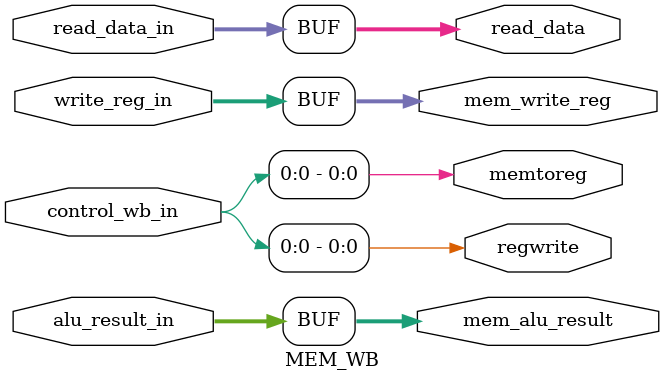
<source format=v>
`timescale 1ns / 1ps

module MEM_WB(
    input wire[1:0] control_wb_in,
    input wire[31:0] read_data_in, alu_result_in,
    input wire[4:0] write_reg_in,
    output reg regwrite, memtoreg,
    output reg[31:0] read_data, mem_alu_result,
    output reg[4:0] mem_write_reg
    );
    
    initial begin
        regwrite <= 0;
        memtoreg <= 0;
        read_data <= 0;
        mem_alu_result <= 0;
        mem_write_reg <= 0;
    end
    
    always@* begin
        #1
        regwrite <= control_wb_in;
        memtoreg <= control_wb_in;
        read_data <= read_data_in;
        mem_alu_result <= alu_result_in;
        mem_write_reg <= write_reg_in;
    end
    
endmodule

</source>
